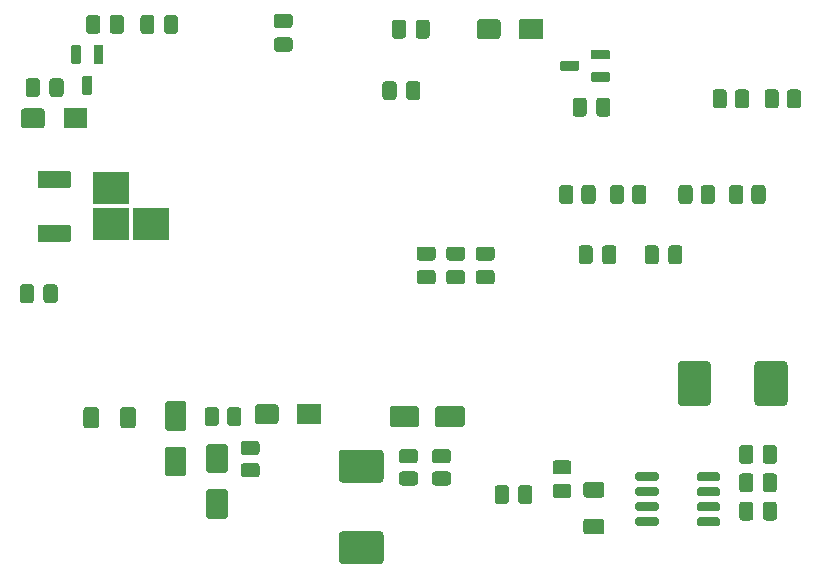
<source format=gtp>
G04 #@! TF.GenerationSoftware,KiCad,Pcbnew,(5.1.10)-1*
G04 #@! TF.CreationDate,2021-11-25T14:37:56-05:00*
G04 #@! TF.ProjectId,pid_smt_oven,7069645f-736d-4745-9f6f-76656e2e6b69,rev?*
G04 #@! TF.SameCoordinates,Original*
G04 #@! TF.FileFunction,Paste,Top*
G04 #@! TF.FilePolarity,Positive*
%FSLAX46Y46*%
G04 Gerber Fmt 4.6, Leading zero omitted, Abs format (unit mm)*
G04 Created by KiCad (PCBNEW (5.1.10)-1) date 2021-11-25 14:37:56*
%MOMM*%
%LPD*%
G01*
G04 APERTURE LIST*
%ADD10R,3.050000X2.750000*%
G04 APERTURE END LIST*
G04 #@! TO.C,C8*
G36*
G01*
X12125000Y-39450425D02*
X12125000Y-40749575D01*
G75*
G02*
X11874575Y-41000000I-250425J0D01*
G01*
X11050425Y-41000000D01*
G75*
G02*
X10800000Y-40749575I0J250425D01*
G01*
X10800000Y-39450425D01*
G75*
G02*
X11050425Y-39200000I250425J0D01*
G01*
X11874575Y-39200000D01*
G75*
G02*
X12125000Y-39450425I0J-250425D01*
G01*
G37*
G36*
G01*
X9000000Y-39450425D02*
X9000000Y-40749575D01*
G75*
G02*
X8749575Y-41000000I-250425J0D01*
G01*
X7925425Y-41000000D01*
G75*
G02*
X7675000Y-40749575I0J250425D01*
G01*
X7675000Y-39450425D01*
G75*
G02*
X7925425Y-39200000I250425J0D01*
G01*
X8749575Y-39200000D01*
G75*
G02*
X9000000Y-39450425I0J-250425D01*
G01*
G37*
G04 #@! TD*
G04 #@! TO.C,R10*
G36*
G01*
X50250425Y-45525000D02*
X51549575Y-45525000D01*
G75*
G02*
X51800000Y-45775425I0J-250425D01*
G01*
X51800000Y-46599575D01*
G75*
G02*
X51549575Y-46850000I-250425J0D01*
G01*
X50250425Y-46850000D01*
G75*
G02*
X50000000Y-46599575I0J250425D01*
G01*
X50000000Y-45775425D01*
G75*
G02*
X50250425Y-45525000I250425J0D01*
G01*
G37*
G36*
G01*
X50250425Y-48650000D02*
X51549575Y-48650000D01*
G75*
G02*
X51800000Y-48900425I0J-250425D01*
G01*
X51800000Y-49724575D01*
G75*
G02*
X51549575Y-49975000I-250425J0D01*
G01*
X50250425Y-49975000D01*
G75*
G02*
X50000000Y-49724575I0J250425D01*
G01*
X50000000Y-48900425D01*
G75*
G02*
X50250425Y-48650000I250425J0D01*
G01*
G37*
G04 #@! TD*
G04 #@! TO.C,C17*
G36*
G01*
X58000000Y-38789200D02*
X58000000Y-35610800D01*
G75*
G02*
X58310800Y-35300000I310800J0D01*
G01*
X60489200Y-35300000D01*
G75*
G02*
X60800000Y-35610800I0J-310800D01*
G01*
X60800000Y-38789200D01*
G75*
G02*
X60489200Y-39100000I-310800J0D01*
G01*
X58310800Y-39100000D01*
G75*
G02*
X58000000Y-38789200I0J310800D01*
G01*
G37*
G36*
G01*
X64500000Y-38789200D02*
X64500000Y-35610800D01*
G75*
G02*
X64810800Y-35300000I310800J0D01*
G01*
X66989200Y-35300000D01*
G75*
G02*
X67300000Y-35610800I0J-310800D01*
G01*
X67300000Y-38789200D01*
G75*
G02*
X66989200Y-39100000I-310800J0D01*
G01*
X64810800Y-39100000D01*
G75*
G02*
X64500000Y-38789200I0J310800D01*
G01*
G37*
G04 #@! TD*
G04 #@! TO.C,R15*
G36*
G01*
X58060000Y-21750400D02*
X58060000Y-20649600D01*
G75*
G02*
X58309600Y-20400000I249600J0D01*
G01*
X59010400Y-20400000D01*
G75*
G02*
X59260000Y-20649600I0J-249600D01*
G01*
X59260000Y-21750400D01*
G75*
G02*
X59010400Y-22000000I-249600J0D01*
G01*
X58309600Y-22000000D01*
G75*
G02*
X58060000Y-21750400I0J249600D01*
G01*
G37*
G36*
G01*
X59940000Y-21750400D02*
X59940000Y-20649600D01*
G75*
G02*
X60189600Y-20400000I249600J0D01*
G01*
X60890400Y-20400000D01*
G75*
G02*
X61140000Y-20649600I0J-249600D01*
G01*
X61140000Y-21750400D01*
G75*
G02*
X60890400Y-22000000I-249600J0D01*
G01*
X60189600Y-22000000D01*
G75*
G02*
X59940000Y-21750400I0J249600D01*
G01*
G37*
G04 #@! TD*
G04 #@! TO.C,R14*
G36*
G01*
X64040000Y-12549600D02*
X64040000Y-13650400D01*
G75*
G02*
X63790400Y-13900000I-249600J0D01*
G01*
X63089600Y-13900000D01*
G75*
G02*
X62840000Y-13650400I0J249600D01*
G01*
X62840000Y-12549600D01*
G75*
G02*
X63089600Y-12300000I249600J0D01*
G01*
X63790400Y-12300000D01*
G75*
G02*
X64040000Y-12549600I0J-249600D01*
G01*
G37*
G36*
G01*
X62160000Y-12549600D02*
X62160000Y-13650400D01*
G75*
G02*
X61910400Y-13900000I-249600J0D01*
G01*
X61209600Y-13900000D01*
G75*
G02*
X60960000Y-13650400I0J249600D01*
G01*
X60960000Y-12549600D01*
G75*
G02*
X61209600Y-12300000I249600J0D01*
G01*
X61910400Y-12300000D01*
G75*
G02*
X62160000Y-12549600I0J-249600D01*
G01*
G37*
G04 #@! TD*
G04 #@! TO.C,R4*
G36*
G01*
X52260000Y-21750400D02*
X52260000Y-20649600D01*
G75*
G02*
X52509600Y-20400000I249600J0D01*
G01*
X53210400Y-20400000D01*
G75*
G02*
X53460000Y-20649600I0J-249600D01*
G01*
X53460000Y-21750400D01*
G75*
G02*
X53210400Y-22000000I-249600J0D01*
G01*
X52509600Y-22000000D01*
G75*
G02*
X52260000Y-21750400I0J249600D01*
G01*
G37*
G36*
G01*
X54140000Y-21750400D02*
X54140000Y-20649600D01*
G75*
G02*
X54389600Y-20400000I249600J0D01*
G01*
X55090400Y-20400000D01*
G75*
G02*
X55340000Y-20649600I0J-249600D01*
G01*
X55340000Y-21750400D01*
G75*
G02*
X55090400Y-22000000I-249600J0D01*
G01*
X54389600Y-22000000D01*
G75*
G02*
X54140000Y-21750400I0J249600D01*
G01*
G37*
G04 #@! TD*
G04 #@! TO.C,C6*
G36*
G01*
X62360000Y-21750400D02*
X62360000Y-20649600D01*
G75*
G02*
X62609600Y-20400000I249600J0D01*
G01*
X63310400Y-20400000D01*
G75*
G02*
X63560000Y-20649600I0J-249600D01*
G01*
X63560000Y-21750400D01*
G75*
G02*
X63310400Y-22000000I-249600J0D01*
G01*
X62609600Y-22000000D01*
G75*
G02*
X62360000Y-21750400I0J249600D01*
G01*
G37*
G36*
G01*
X64240000Y-21750400D02*
X64240000Y-20649600D01*
G75*
G02*
X64489600Y-20400000I249600J0D01*
G01*
X65190400Y-20400000D01*
G75*
G02*
X65440000Y-20649600I0J-249600D01*
G01*
X65440000Y-21750400D01*
G75*
G02*
X65190400Y-22000000I-249600J0D01*
G01*
X64489600Y-22000000D01*
G75*
G02*
X64240000Y-21750400I0J249600D01*
G01*
G37*
G04 #@! TD*
G04 #@! TO.C,C5*
G36*
G01*
X51040000Y-20649600D02*
X51040000Y-21750400D01*
G75*
G02*
X50790400Y-22000000I-249600J0D01*
G01*
X50089600Y-22000000D01*
G75*
G02*
X49840000Y-21750400I0J249600D01*
G01*
X49840000Y-20649600D01*
G75*
G02*
X50089600Y-20400000I249600J0D01*
G01*
X50790400Y-20400000D01*
G75*
G02*
X51040000Y-20649600I0J-249600D01*
G01*
G37*
G36*
G01*
X49160000Y-20649600D02*
X49160000Y-21750400D01*
G75*
G02*
X48910400Y-22000000I-249600J0D01*
G01*
X48209600Y-22000000D01*
G75*
G02*
X47960000Y-21750400I0J249600D01*
G01*
X47960000Y-20649600D01*
G75*
G02*
X48209600Y-20400000I249600J0D01*
G01*
X48910400Y-20400000D01*
G75*
G02*
X49160000Y-20649600I0J-249600D01*
G01*
G37*
G04 #@! TD*
G04 #@! TO.C,C4*
G36*
G01*
X65360000Y-13650400D02*
X65360000Y-12549600D01*
G75*
G02*
X65609600Y-12300000I249600J0D01*
G01*
X66310400Y-12300000D01*
G75*
G02*
X66560000Y-12549600I0J-249600D01*
G01*
X66560000Y-13650400D01*
G75*
G02*
X66310400Y-13900000I-249600J0D01*
G01*
X65609600Y-13900000D01*
G75*
G02*
X65360000Y-13650400I0J249600D01*
G01*
G37*
G36*
G01*
X67240000Y-13650400D02*
X67240000Y-12549600D01*
G75*
G02*
X67489600Y-12300000I249600J0D01*
G01*
X68190400Y-12300000D01*
G75*
G02*
X68440000Y-12549600I0J-249600D01*
G01*
X68440000Y-13650400D01*
G75*
G02*
X68190400Y-13900000I-249600J0D01*
G01*
X67489600Y-13900000D01*
G75*
G02*
X67240000Y-13650400I0J249600D01*
G01*
G37*
G04 #@! TD*
G04 #@! TO.C,D6*
G36*
G01*
X22200000Y-40395000D02*
X22200000Y-39205000D01*
G75*
G02*
X22455000Y-38950000I255000J0D01*
G01*
X23945000Y-38950000D01*
G75*
G02*
X24200000Y-39205000I0J-255000D01*
G01*
X24200000Y-40395000D01*
G75*
G02*
X23945000Y-40650000I-255000J0D01*
G01*
X22455000Y-40650000D01*
G75*
G02*
X22200000Y-40395000I0J255000D01*
G01*
G37*
G36*
G01*
X25800000Y-40616000D02*
X25800000Y-38984000D01*
G75*
G02*
X25834000Y-38950000I34000J0D01*
G01*
X27766000Y-38950000D01*
G75*
G02*
X27800000Y-38984000I0J-34000D01*
G01*
X27800000Y-40616000D01*
G75*
G02*
X27766000Y-40650000I-34000J0D01*
G01*
X25834000Y-40650000D01*
G75*
G02*
X25800000Y-40616000I0J34000D01*
G01*
G37*
G04 #@! TD*
G04 #@! TO.C,R2*
G36*
G01*
X17960000Y-40550400D02*
X17960000Y-39449600D01*
G75*
G02*
X18209600Y-39200000I249600J0D01*
G01*
X18910400Y-39200000D01*
G75*
G02*
X19160000Y-39449600I0J-249600D01*
G01*
X19160000Y-40550400D01*
G75*
G02*
X18910400Y-40800000I-249600J0D01*
G01*
X18209600Y-40800000D01*
G75*
G02*
X17960000Y-40550400I0J249600D01*
G01*
G37*
G36*
G01*
X19840000Y-40550400D02*
X19840000Y-39449600D01*
G75*
G02*
X20089600Y-39200000I249600J0D01*
G01*
X20790400Y-39200000D01*
G75*
G02*
X21040000Y-39449600I0J-249600D01*
G01*
X21040000Y-40550400D01*
G75*
G02*
X20790400Y-40800000I-249600J0D01*
G01*
X20089600Y-40800000D01*
G75*
G02*
X19840000Y-40550400I0J249600D01*
G01*
G37*
G04 #@! TD*
G04 #@! TO.C,R3*
G36*
G01*
X21249600Y-42060000D02*
X22350400Y-42060000D01*
G75*
G02*
X22600000Y-42309600I0J-249600D01*
G01*
X22600000Y-43010400D01*
G75*
G02*
X22350400Y-43260000I-249600J0D01*
G01*
X21249600Y-43260000D01*
G75*
G02*
X21000000Y-43010400I0J249600D01*
G01*
X21000000Y-42309600D01*
G75*
G02*
X21249600Y-42060000I249600J0D01*
G01*
G37*
G36*
G01*
X21249600Y-43940000D02*
X22350400Y-43940000D01*
G75*
G02*
X22600000Y-44189600I0J-249600D01*
G01*
X22600000Y-44890400D01*
G75*
G02*
X22350400Y-45140000I-249600J0D01*
G01*
X21249600Y-45140000D01*
G75*
G02*
X21000000Y-44890400I0J249600D01*
G01*
X21000000Y-44189600D01*
G75*
G02*
X21249600Y-43940000I249600J0D01*
G01*
G37*
G04 #@! TD*
G04 #@! TO.C,Q2*
G36*
G01*
X49650000Y-9980000D02*
X49650000Y-10620000D01*
G75*
G02*
X49570000Y-10700000I-80000J0D01*
G01*
X48130000Y-10700000D01*
G75*
G02*
X48050000Y-10620000I0J80000D01*
G01*
X48050000Y-9980000D01*
G75*
G02*
X48130000Y-9900000I80000J0D01*
G01*
X49570000Y-9900000D01*
G75*
G02*
X49650000Y-9980000I0J-80000D01*
G01*
G37*
G36*
G01*
X52250000Y-9030000D02*
X52250000Y-9670000D01*
G75*
G02*
X52170000Y-9750000I-80000J0D01*
G01*
X50730000Y-9750000D01*
G75*
G02*
X50650000Y-9670000I0J80000D01*
G01*
X50650000Y-9030000D01*
G75*
G02*
X50730000Y-8950000I80000J0D01*
G01*
X52170000Y-8950000D01*
G75*
G02*
X52250000Y-9030000I0J-80000D01*
G01*
G37*
G36*
G01*
X52250000Y-10930000D02*
X52250000Y-11570000D01*
G75*
G02*
X52170000Y-11650000I-80000J0D01*
G01*
X50730000Y-11650000D01*
G75*
G02*
X50650000Y-11570000I0J80000D01*
G01*
X50650000Y-10930000D01*
G75*
G02*
X50730000Y-10850000I80000J0D01*
G01*
X52170000Y-10850000D01*
G75*
G02*
X52250000Y-10930000I0J-80000D01*
G01*
G37*
G04 #@! TD*
G04 #@! TO.C,C11*
G36*
G01*
X37449600Y-42760000D02*
X38550400Y-42760000D01*
G75*
G02*
X38800000Y-43009600I0J-249600D01*
G01*
X38800000Y-43710400D01*
G75*
G02*
X38550400Y-43960000I-249600J0D01*
G01*
X37449600Y-43960000D01*
G75*
G02*
X37200000Y-43710400I0J249600D01*
G01*
X37200000Y-43009600D01*
G75*
G02*
X37449600Y-42760000I249600J0D01*
G01*
G37*
G36*
G01*
X37449600Y-44640000D02*
X38550400Y-44640000D01*
G75*
G02*
X38800000Y-44889600I0J-249600D01*
G01*
X38800000Y-45590400D01*
G75*
G02*
X38550400Y-45840000I-249600J0D01*
G01*
X37449600Y-45840000D01*
G75*
G02*
X37200000Y-45590400I0J249600D01*
G01*
X37200000Y-44889600D01*
G75*
G02*
X37449600Y-44640000I249600J0D01*
G01*
G37*
G04 #@! TD*
G04 #@! TO.C,C10*
G36*
G01*
X34649600Y-42760000D02*
X35750400Y-42760000D01*
G75*
G02*
X36000000Y-43009600I0J-249600D01*
G01*
X36000000Y-43710400D01*
G75*
G02*
X35750400Y-43960000I-249600J0D01*
G01*
X34649600Y-43960000D01*
G75*
G02*
X34400000Y-43710400I0J249600D01*
G01*
X34400000Y-43009600D01*
G75*
G02*
X34649600Y-42760000I249600J0D01*
G01*
G37*
G36*
G01*
X34649600Y-44640000D02*
X35750400Y-44640000D01*
G75*
G02*
X36000000Y-44889600I0J-249600D01*
G01*
X36000000Y-45590400D01*
G75*
G02*
X35750400Y-45840000I-249600J0D01*
G01*
X34649600Y-45840000D01*
G75*
G02*
X34400000Y-45590400I0J249600D01*
G01*
X34400000Y-44889600D01*
G75*
G02*
X34649600Y-44640000I249600J0D01*
G01*
G37*
G04 #@! TD*
G04 #@! TO.C,D7*
G36*
G01*
X36100000Y-39280000D02*
X36100000Y-40720000D01*
G75*
G02*
X35920000Y-40900000I-180000J0D01*
G01*
X33780000Y-40900000D01*
G75*
G02*
X33600000Y-40720000I0J180000D01*
G01*
X33600000Y-39280000D01*
G75*
G02*
X33780000Y-39100000I180000J0D01*
G01*
X35920000Y-39100000D01*
G75*
G02*
X36100000Y-39280000I0J-180000D01*
G01*
G37*
G36*
G01*
X39950000Y-39280000D02*
X39950000Y-40720000D01*
G75*
G02*
X39770000Y-40900000I-180000J0D01*
G01*
X37630000Y-40900000D01*
G75*
G02*
X37450000Y-40720000I0J180000D01*
G01*
X37450000Y-39280000D01*
G75*
G02*
X37630000Y-39100000I180000J0D01*
G01*
X39770000Y-39100000D01*
G75*
G02*
X39950000Y-39280000I0J-180000D01*
G01*
G37*
G04 #@! TD*
G04 #@! TO.C,D3*
G36*
G01*
X19720000Y-44800000D02*
X18280000Y-44800000D01*
G75*
G02*
X18100000Y-44620000I0J180000D01*
G01*
X18100000Y-42480000D01*
G75*
G02*
X18280000Y-42300000I180000J0D01*
G01*
X19720000Y-42300000D01*
G75*
G02*
X19900000Y-42480000I0J-180000D01*
G01*
X19900000Y-44620000D01*
G75*
G02*
X19720000Y-44800000I-180000J0D01*
G01*
G37*
G36*
G01*
X19720000Y-48650000D02*
X18280000Y-48650000D01*
G75*
G02*
X18100000Y-48470000I0J180000D01*
G01*
X18100000Y-46330000D01*
G75*
G02*
X18280000Y-46150000I180000J0D01*
G01*
X19720000Y-46150000D01*
G75*
G02*
X19900000Y-46330000I0J-180000D01*
G01*
X19900000Y-48470000D01*
G75*
G02*
X19720000Y-48650000I-180000J0D01*
G01*
G37*
G04 #@! TD*
G04 #@! TO.C,D1*
G36*
G01*
X16220000Y-41200000D02*
X14780000Y-41200000D01*
G75*
G02*
X14600000Y-41020000I0J180000D01*
G01*
X14600000Y-38880000D01*
G75*
G02*
X14780000Y-38700000I180000J0D01*
G01*
X16220000Y-38700000D01*
G75*
G02*
X16400000Y-38880000I0J-180000D01*
G01*
X16400000Y-41020000D01*
G75*
G02*
X16220000Y-41200000I-180000J0D01*
G01*
G37*
G36*
G01*
X16220000Y-45050000D02*
X14780000Y-45050000D01*
G75*
G02*
X14600000Y-44870000I0J180000D01*
G01*
X14600000Y-42730000D01*
G75*
G02*
X14780000Y-42550000I180000J0D01*
G01*
X16220000Y-42550000D01*
G75*
G02*
X16400000Y-42730000I0J-180000D01*
G01*
X16400000Y-44870000D01*
G75*
G02*
X16220000Y-45050000I-180000J0D01*
G01*
G37*
G04 #@! TD*
G04 #@! TO.C,Q3*
G36*
G01*
X7680000Y-11150000D02*
X8320000Y-11150000D01*
G75*
G02*
X8400000Y-11230000I0J-80000D01*
G01*
X8400000Y-12670000D01*
G75*
G02*
X8320000Y-12750000I-80000J0D01*
G01*
X7680000Y-12750000D01*
G75*
G02*
X7600000Y-12670000I0J80000D01*
G01*
X7600000Y-11230000D01*
G75*
G02*
X7680000Y-11150000I80000J0D01*
G01*
G37*
G36*
G01*
X6730000Y-8550000D02*
X7370000Y-8550000D01*
G75*
G02*
X7450000Y-8630000I0J-80000D01*
G01*
X7450000Y-10070000D01*
G75*
G02*
X7370000Y-10150000I-80000J0D01*
G01*
X6730000Y-10150000D01*
G75*
G02*
X6650000Y-10070000I0J80000D01*
G01*
X6650000Y-8630000D01*
G75*
G02*
X6730000Y-8550000I80000J0D01*
G01*
G37*
G36*
G01*
X8630000Y-8550000D02*
X9270000Y-8550000D01*
G75*
G02*
X9350000Y-8630000I0J-80000D01*
G01*
X9350000Y-10070000D01*
G75*
G02*
X9270000Y-10150000I-80000J0D01*
G01*
X8630000Y-10150000D01*
G75*
G02*
X8550000Y-10070000I0J80000D01*
G01*
X8550000Y-8630000D01*
G75*
G02*
X8630000Y-8550000I80000J0D01*
G01*
G37*
G04 #@! TD*
G04 #@! TO.C,D4*
G36*
G01*
X41000000Y-7795000D02*
X41000000Y-6605000D01*
G75*
G02*
X41255000Y-6350000I255000J0D01*
G01*
X42745000Y-6350000D01*
G75*
G02*
X43000000Y-6605000I0J-255000D01*
G01*
X43000000Y-7795000D01*
G75*
G02*
X42745000Y-8050000I-255000J0D01*
G01*
X41255000Y-8050000D01*
G75*
G02*
X41000000Y-7795000I0J255000D01*
G01*
G37*
G36*
G01*
X44600000Y-8016000D02*
X44600000Y-6384000D01*
G75*
G02*
X44634000Y-6350000I34000J0D01*
G01*
X46566000Y-6350000D01*
G75*
G02*
X46600000Y-6384000I0J-34000D01*
G01*
X46600000Y-8016000D01*
G75*
G02*
X46566000Y-8050000I-34000J0D01*
G01*
X44634000Y-8050000D01*
G75*
G02*
X44600000Y-8016000I0J34000D01*
G01*
G37*
G04 #@! TD*
G04 #@! TO.C,D2*
G36*
G01*
X2400000Y-15345000D02*
X2400000Y-14155000D01*
G75*
G02*
X2655000Y-13900000I255000J0D01*
G01*
X4145000Y-13900000D01*
G75*
G02*
X4400000Y-14155000I0J-255000D01*
G01*
X4400000Y-15345000D01*
G75*
G02*
X4145000Y-15600000I-255000J0D01*
G01*
X2655000Y-15600000D01*
G75*
G02*
X2400000Y-15345000I0J255000D01*
G01*
G37*
G36*
G01*
X6000000Y-15566000D02*
X6000000Y-13934000D01*
G75*
G02*
X6034000Y-13900000I34000J0D01*
G01*
X7966000Y-13900000D01*
G75*
G02*
X8000000Y-13934000I0J-34000D01*
G01*
X8000000Y-15566000D01*
G75*
G02*
X7966000Y-15600000I-34000J0D01*
G01*
X6034000Y-15600000D01*
G75*
G02*
X6000000Y-15566000I0J34000D01*
G01*
G37*
G04 #@! TD*
G04 #@! TO.C,C9*
G36*
G01*
X29610800Y-42800000D02*
X32789200Y-42800000D01*
G75*
G02*
X33100000Y-43110800I0J-310800D01*
G01*
X33100000Y-45289200D01*
G75*
G02*
X32789200Y-45600000I-310800J0D01*
G01*
X29610800Y-45600000D01*
G75*
G02*
X29300000Y-45289200I0J310800D01*
G01*
X29300000Y-43110800D01*
G75*
G02*
X29610800Y-42800000I310800J0D01*
G01*
G37*
G36*
G01*
X29610800Y-49700000D02*
X32789200Y-49700000D01*
G75*
G02*
X33100000Y-50010800I0J-310800D01*
G01*
X33100000Y-52189200D01*
G75*
G02*
X32789200Y-52500000I-310800J0D01*
G01*
X29610800Y-52500000D01*
G75*
G02*
X29300000Y-52189200I0J310800D01*
G01*
X29300000Y-50010800D01*
G75*
G02*
X29610800Y-49700000I310800J0D01*
G01*
G37*
G04 #@! TD*
G04 #@! TO.C,R7*
G36*
G01*
X4300000Y-30150400D02*
X4300000Y-29049600D01*
G75*
G02*
X4549600Y-28800000I249600J0D01*
G01*
X5250400Y-28800000D01*
G75*
G02*
X5500000Y-29049600I0J-249600D01*
G01*
X5500000Y-30150400D01*
G75*
G02*
X5250400Y-30400000I-249600J0D01*
G01*
X4549600Y-30400000D01*
G75*
G02*
X4300000Y-30150400I0J249600D01*
G01*
G37*
G36*
G01*
X2300000Y-30150400D02*
X2300000Y-29049600D01*
G75*
G02*
X2549600Y-28800000I249600J0D01*
G01*
X3250400Y-28800000D01*
G75*
G02*
X3500000Y-29049600I0J-249600D01*
G01*
X3500000Y-30150400D01*
G75*
G02*
X3250400Y-30400000I-249600J0D01*
G01*
X2549600Y-30400000D01*
G75*
G02*
X2300000Y-30150400I0J249600D01*
G01*
G37*
G04 #@! TD*
G04 #@! TO.C,C20*
G36*
G01*
X37250400Y-26800000D02*
X36149600Y-26800000D01*
G75*
G02*
X35900000Y-26550400I0J249600D01*
G01*
X35900000Y-25849600D01*
G75*
G02*
X36149600Y-25600000I249600J0D01*
G01*
X37250400Y-25600000D01*
G75*
G02*
X37500000Y-25849600I0J-249600D01*
G01*
X37500000Y-26550400D01*
G75*
G02*
X37250400Y-26800000I-249600J0D01*
G01*
G37*
G36*
G01*
X37250400Y-28800000D02*
X36149600Y-28800000D01*
G75*
G02*
X35900000Y-28550400I0J249600D01*
G01*
X35900000Y-27849600D01*
G75*
G02*
X36149600Y-27600000I249600J0D01*
G01*
X37250400Y-27600000D01*
G75*
G02*
X37500000Y-27849600I0J-249600D01*
G01*
X37500000Y-28550400D01*
G75*
G02*
X37250400Y-28800000I-249600J0D01*
G01*
G37*
G04 #@! TD*
G04 #@! TO.C,R16*
G36*
G01*
X56400000Y-25749600D02*
X56400000Y-26850400D01*
G75*
G02*
X56150400Y-27100000I-249600J0D01*
G01*
X55449600Y-27100000D01*
G75*
G02*
X55200000Y-26850400I0J249600D01*
G01*
X55200000Y-25749600D01*
G75*
G02*
X55449600Y-25500000I249600J0D01*
G01*
X56150400Y-25500000D01*
G75*
G02*
X56400000Y-25749600I0J-249600D01*
G01*
G37*
G36*
G01*
X58400000Y-25749600D02*
X58400000Y-26850400D01*
G75*
G02*
X58150400Y-27100000I-249600J0D01*
G01*
X57449600Y-27100000D01*
G75*
G02*
X57200000Y-26850400I0J249600D01*
G01*
X57200000Y-25749600D01*
G75*
G02*
X57449600Y-25500000I249600J0D01*
G01*
X58150400Y-25500000D01*
G75*
G02*
X58400000Y-25749600I0J-249600D01*
G01*
G37*
G04 #@! TD*
G04 #@! TO.C,R13*
G36*
G01*
X24049600Y-7900000D02*
X25150400Y-7900000D01*
G75*
G02*
X25400000Y-8149600I0J-249600D01*
G01*
X25400000Y-8850400D01*
G75*
G02*
X25150400Y-9100000I-249600J0D01*
G01*
X24049600Y-9100000D01*
G75*
G02*
X23800000Y-8850400I0J249600D01*
G01*
X23800000Y-8149600D01*
G75*
G02*
X24049600Y-7900000I249600J0D01*
G01*
G37*
G36*
G01*
X24049600Y-5900000D02*
X25150400Y-5900000D01*
G75*
G02*
X25400000Y-6149600I0J-249600D01*
G01*
X25400000Y-6850400D01*
G75*
G02*
X25150400Y-7100000I-249600J0D01*
G01*
X24049600Y-7100000D01*
G75*
G02*
X23800000Y-6850400I0J249600D01*
G01*
X23800000Y-6149600D01*
G75*
G02*
X24049600Y-5900000I249600J0D01*
G01*
G37*
G04 #@! TD*
G04 #@! TO.C,R12*
G36*
G01*
X47649600Y-45700000D02*
X48750400Y-45700000D01*
G75*
G02*
X49000000Y-45949600I0J-249600D01*
G01*
X49000000Y-46650400D01*
G75*
G02*
X48750400Y-46900000I-249600J0D01*
G01*
X47649600Y-46900000D01*
G75*
G02*
X47400000Y-46650400I0J249600D01*
G01*
X47400000Y-45949600D01*
G75*
G02*
X47649600Y-45700000I249600J0D01*
G01*
G37*
G36*
G01*
X47649600Y-43700000D02*
X48750400Y-43700000D01*
G75*
G02*
X49000000Y-43949600I0J-249600D01*
G01*
X49000000Y-44650400D01*
G75*
G02*
X48750400Y-44900000I-249600J0D01*
G01*
X47649600Y-44900000D01*
G75*
G02*
X47400000Y-44650400I0J249600D01*
G01*
X47400000Y-43949600D01*
G75*
G02*
X47649600Y-43700000I249600J0D01*
G01*
G37*
G04 #@! TD*
G04 #@! TO.C,R11*
G36*
G01*
X35800000Y-7750400D02*
X35800000Y-6649600D01*
G75*
G02*
X36049600Y-6400000I249600J0D01*
G01*
X36750400Y-6400000D01*
G75*
G02*
X37000000Y-6649600I0J-249600D01*
G01*
X37000000Y-7750400D01*
G75*
G02*
X36750400Y-8000000I-249600J0D01*
G01*
X36049600Y-8000000D01*
G75*
G02*
X35800000Y-7750400I0J249600D01*
G01*
G37*
G36*
G01*
X33800000Y-7750400D02*
X33800000Y-6649600D01*
G75*
G02*
X34049600Y-6400000I249600J0D01*
G01*
X34750400Y-6400000D01*
G75*
G02*
X35000000Y-6649600I0J-249600D01*
G01*
X35000000Y-7750400D01*
G75*
G02*
X34750400Y-8000000I-249600J0D01*
G01*
X34049600Y-8000000D01*
G75*
G02*
X33800000Y-7750400I0J249600D01*
G01*
G37*
G04 #@! TD*
G04 #@! TO.C,R9*
G36*
G01*
X50300000Y-13249600D02*
X50300000Y-14350400D01*
G75*
G02*
X50050400Y-14600000I-249600J0D01*
G01*
X49349600Y-14600000D01*
G75*
G02*
X49100000Y-14350400I0J249600D01*
G01*
X49100000Y-13249600D01*
G75*
G02*
X49349600Y-13000000I249600J0D01*
G01*
X50050400Y-13000000D01*
G75*
G02*
X50300000Y-13249600I0J-249600D01*
G01*
G37*
G36*
G01*
X52300000Y-13249600D02*
X52300000Y-14350400D01*
G75*
G02*
X52050400Y-14600000I-249600J0D01*
G01*
X51349600Y-14600000D01*
G75*
G02*
X51100000Y-14350400I0J249600D01*
G01*
X51100000Y-13249600D01*
G75*
G02*
X51349600Y-13000000I249600J0D01*
G01*
X52050400Y-13000000D01*
G75*
G02*
X52300000Y-13249600I0J-249600D01*
G01*
G37*
G04 #@! TD*
G04 #@! TO.C,R8*
G36*
G01*
X4800000Y-12700400D02*
X4800000Y-11599600D01*
G75*
G02*
X5049600Y-11350000I249600J0D01*
G01*
X5750400Y-11350000D01*
G75*
G02*
X6000000Y-11599600I0J-249600D01*
G01*
X6000000Y-12700400D01*
G75*
G02*
X5750400Y-12950000I-249600J0D01*
G01*
X5049600Y-12950000D01*
G75*
G02*
X4800000Y-12700400I0J249600D01*
G01*
G37*
G36*
G01*
X2800000Y-12700400D02*
X2800000Y-11599600D01*
G75*
G02*
X3049600Y-11350000I249600J0D01*
G01*
X3750400Y-11350000D01*
G75*
G02*
X4000000Y-11599600I0J-249600D01*
G01*
X4000000Y-12700400D01*
G75*
G02*
X3750400Y-12950000I-249600J0D01*
G01*
X3049600Y-12950000D01*
G75*
G02*
X2800000Y-12700400I0J249600D01*
G01*
G37*
G04 #@! TD*
G04 #@! TO.C,R6*
G36*
G01*
X9100000Y-6249600D02*
X9100000Y-7350400D01*
G75*
G02*
X8850400Y-7600000I-249600J0D01*
G01*
X8149600Y-7600000D01*
G75*
G02*
X7900000Y-7350400I0J249600D01*
G01*
X7900000Y-6249600D01*
G75*
G02*
X8149600Y-6000000I249600J0D01*
G01*
X8850400Y-6000000D01*
G75*
G02*
X9100000Y-6249600I0J-249600D01*
G01*
G37*
G36*
G01*
X11100000Y-6249600D02*
X11100000Y-7350400D01*
G75*
G02*
X10850400Y-7600000I-249600J0D01*
G01*
X10149600Y-7600000D01*
G75*
G02*
X9900000Y-7350400I0J249600D01*
G01*
X9900000Y-6249600D01*
G75*
G02*
X10149600Y-6000000I249600J0D01*
G01*
X10850400Y-6000000D01*
G75*
G02*
X11100000Y-6249600I0J-249600D01*
G01*
G37*
G04 #@! TD*
G04 #@! TO.C,R5*
G36*
G01*
X14500000Y-7350400D02*
X14500000Y-6249600D01*
G75*
G02*
X14749600Y-6000000I249600J0D01*
G01*
X15450400Y-6000000D01*
G75*
G02*
X15700000Y-6249600I0J-249600D01*
G01*
X15700000Y-7350400D01*
G75*
G02*
X15450400Y-7600000I-249600J0D01*
G01*
X14749600Y-7600000D01*
G75*
G02*
X14500000Y-7350400I0J249600D01*
G01*
G37*
G36*
G01*
X12500000Y-7350400D02*
X12500000Y-6249600D01*
G75*
G02*
X12749600Y-6000000I249600J0D01*
G01*
X13450400Y-6000000D01*
G75*
G02*
X13700000Y-6249600I0J-249600D01*
G01*
X13700000Y-7350400D01*
G75*
G02*
X13450400Y-7600000I-249600J0D01*
G01*
X12749600Y-7600000D01*
G75*
G02*
X12500000Y-7350400I0J249600D01*
G01*
G37*
G04 #@! TD*
G04 #@! TO.C,R1*
G36*
G01*
X43700000Y-46049600D02*
X43700000Y-47150400D01*
G75*
G02*
X43450400Y-47400000I-249600J0D01*
G01*
X42749600Y-47400000D01*
G75*
G02*
X42500000Y-47150400I0J249600D01*
G01*
X42500000Y-46049600D01*
G75*
G02*
X42749600Y-45800000I249600J0D01*
G01*
X43450400Y-45800000D01*
G75*
G02*
X43700000Y-46049600I0J-249600D01*
G01*
G37*
G36*
G01*
X45700000Y-46049600D02*
X45700000Y-47150400D01*
G75*
G02*
X45450400Y-47400000I-249600J0D01*
G01*
X44749600Y-47400000D01*
G75*
G02*
X44500000Y-47150400I0J249600D01*
G01*
X44500000Y-46049600D01*
G75*
G02*
X44749600Y-45800000I249600J0D01*
G01*
X45450400Y-45800000D01*
G75*
G02*
X45700000Y-46049600I0J-249600D01*
G01*
G37*
G04 #@! TD*
G04 #@! TO.C,C23*
G36*
G01*
X51600000Y-26850400D02*
X51600000Y-25749600D01*
G75*
G02*
X51849600Y-25500000I249600J0D01*
G01*
X52550400Y-25500000D01*
G75*
G02*
X52800000Y-25749600I0J-249600D01*
G01*
X52800000Y-26850400D01*
G75*
G02*
X52550400Y-27100000I-249600J0D01*
G01*
X51849600Y-27100000D01*
G75*
G02*
X51600000Y-26850400I0J249600D01*
G01*
G37*
G36*
G01*
X49600000Y-26850400D02*
X49600000Y-25749600D01*
G75*
G02*
X49849600Y-25500000I249600J0D01*
G01*
X50550400Y-25500000D01*
G75*
G02*
X50800000Y-25749600I0J-249600D01*
G01*
X50800000Y-26850400D01*
G75*
G02*
X50550400Y-27100000I-249600J0D01*
G01*
X49849600Y-27100000D01*
G75*
G02*
X49600000Y-26850400I0J249600D01*
G01*
G37*
G04 #@! TD*
G04 #@! TO.C,C18*
G36*
G01*
X35000000Y-12950400D02*
X35000000Y-11849600D01*
G75*
G02*
X35249600Y-11600000I249600J0D01*
G01*
X35950400Y-11600000D01*
G75*
G02*
X36200000Y-11849600I0J-249600D01*
G01*
X36200000Y-12950400D01*
G75*
G02*
X35950400Y-13200000I-249600J0D01*
G01*
X35249600Y-13200000D01*
G75*
G02*
X35000000Y-12950400I0J249600D01*
G01*
G37*
G36*
G01*
X33000000Y-12950400D02*
X33000000Y-11849600D01*
G75*
G02*
X33249600Y-11600000I249600J0D01*
G01*
X33950400Y-11600000D01*
G75*
G02*
X34200000Y-11849600I0J-249600D01*
G01*
X34200000Y-12950400D01*
G75*
G02*
X33950400Y-13200000I-249600J0D01*
G01*
X33249600Y-13200000D01*
G75*
G02*
X33000000Y-12950400I0J249600D01*
G01*
G37*
G04 #@! TD*
G04 #@! TO.C,C16*
G36*
G01*
X39750400Y-26800000D02*
X38649600Y-26800000D01*
G75*
G02*
X38400000Y-26550400I0J249600D01*
G01*
X38400000Y-25849600D01*
G75*
G02*
X38649600Y-25600000I249600J0D01*
G01*
X39750400Y-25600000D01*
G75*
G02*
X40000000Y-25849600I0J-249600D01*
G01*
X40000000Y-26550400D01*
G75*
G02*
X39750400Y-26800000I-249600J0D01*
G01*
G37*
G36*
G01*
X39750400Y-28800000D02*
X38649600Y-28800000D01*
G75*
G02*
X38400000Y-28550400I0J249600D01*
G01*
X38400000Y-27849600D01*
G75*
G02*
X38649600Y-27600000I249600J0D01*
G01*
X39750400Y-27600000D01*
G75*
G02*
X40000000Y-27849600I0J-249600D01*
G01*
X40000000Y-28550400D01*
G75*
G02*
X39750400Y-28800000I-249600J0D01*
G01*
G37*
G04 #@! TD*
G04 #@! TO.C,C15*
G36*
G01*
X42250400Y-26800000D02*
X41149600Y-26800000D01*
G75*
G02*
X40900000Y-26550400I0J249600D01*
G01*
X40900000Y-25849600D01*
G75*
G02*
X41149600Y-25600000I249600J0D01*
G01*
X42250400Y-25600000D01*
G75*
G02*
X42500000Y-25849600I0J-249600D01*
G01*
X42500000Y-26550400D01*
G75*
G02*
X42250400Y-26800000I-249600J0D01*
G01*
G37*
G36*
G01*
X42250400Y-28800000D02*
X41149600Y-28800000D01*
G75*
G02*
X40900000Y-28550400I0J249600D01*
G01*
X40900000Y-27849600D01*
G75*
G02*
X41149600Y-27600000I249600J0D01*
G01*
X42250400Y-27600000D01*
G75*
G02*
X42500000Y-27849600I0J-249600D01*
G01*
X42500000Y-28550400D01*
G75*
G02*
X42250400Y-28800000I-249600J0D01*
G01*
G37*
G04 #@! TD*
G04 #@! TO.C,C3*
G36*
G01*
X65200000Y-46150400D02*
X65200000Y-45049600D01*
G75*
G02*
X65449600Y-44800000I249600J0D01*
G01*
X66150400Y-44800000D01*
G75*
G02*
X66400000Y-45049600I0J-249600D01*
G01*
X66400000Y-46150400D01*
G75*
G02*
X66150400Y-46400000I-249600J0D01*
G01*
X65449600Y-46400000D01*
G75*
G02*
X65200000Y-46150400I0J249600D01*
G01*
G37*
G36*
G01*
X63200000Y-46150400D02*
X63200000Y-45049600D01*
G75*
G02*
X63449600Y-44800000I249600J0D01*
G01*
X64150400Y-44800000D01*
G75*
G02*
X64400000Y-45049600I0J-249600D01*
G01*
X64400000Y-46150400D01*
G75*
G02*
X64150400Y-46400000I-249600J0D01*
G01*
X63449600Y-46400000D01*
G75*
G02*
X63200000Y-46150400I0J249600D01*
G01*
G37*
G04 #@! TD*
G04 #@! TO.C,C2*
G36*
G01*
X65200000Y-48550400D02*
X65200000Y-47449600D01*
G75*
G02*
X65449600Y-47200000I249600J0D01*
G01*
X66150400Y-47200000D01*
G75*
G02*
X66400000Y-47449600I0J-249600D01*
G01*
X66400000Y-48550400D01*
G75*
G02*
X66150400Y-48800000I-249600J0D01*
G01*
X65449600Y-48800000D01*
G75*
G02*
X65200000Y-48550400I0J249600D01*
G01*
G37*
G36*
G01*
X63200000Y-48550400D02*
X63200000Y-47449600D01*
G75*
G02*
X63449600Y-47200000I249600J0D01*
G01*
X64150400Y-47200000D01*
G75*
G02*
X64400000Y-47449600I0J-249600D01*
G01*
X64400000Y-48550400D01*
G75*
G02*
X64150400Y-48800000I-249600J0D01*
G01*
X63449600Y-48800000D01*
G75*
G02*
X63200000Y-48550400I0J249600D01*
G01*
G37*
G04 #@! TD*
G04 #@! TO.C,C1*
G36*
G01*
X65200000Y-43750400D02*
X65200000Y-42649600D01*
G75*
G02*
X65449600Y-42400000I249600J0D01*
G01*
X66150400Y-42400000D01*
G75*
G02*
X66400000Y-42649600I0J-249600D01*
G01*
X66400000Y-43750400D01*
G75*
G02*
X66150400Y-44000000I-249600J0D01*
G01*
X65449600Y-44000000D01*
G75*
G02*
X65200000Y-43750400I0J249600D01*
G01*
G37*
G36*
G01*
X63200000Y-43750400D02*
X63200000Y-42649600D01*
G75*
G02*
X63449600Y-42400000I249600J0D01*
G01*
X64150400Y-42400000D01*
G75*
G02*
X64400000Y-42649600I0J-249600D01*
G01*
X64400000Y-43750400D01*
G75*
G02*
X64150400Y-44000000I-249600J0D01*
G01*
X63449600Y-44000000D01*
G75*
G02*
X63200000Y-43750400I0J249600D01*
G01*
G37*
G04 #@! TD*
D10*
G04 #@! TO.C,Q1*
X10025000Y-23725000D03*
X10025000Y-20675000D03*
X13375000Y-23725000D03*
G36*
G01*
X3800000Y-25110000D02*
X3800000Y-23850000D01*
G75*
G02*
X3870000Y-23780000I70000J0D01*
G01*
X6530000Y-23780000D01*
G75*
G02*
X6600000Y-23850000I0J-70000D01*
G01*
X6600000Y-25110000D01*
G75*
G02*
X6530000Y-25180000I-70000J0D01*
G01*
X3870000Y-25180000D01*
G75*
G02*
X3800000Y-25110000I0J70000D01*
G01*
G37*
G36*
G01*
X3800000Y-20550000D02*
X3800000Y-19290000D01*
G75*
G02*
X3870000Y-19220000I70000J0D01*
G01*
X6530000Y-19220000D01*
G75*
G02*
X6600000Y-19290000I0J-70000D01*
G01*
X6600000Y-20550000D01*
G75*
G02*
X6530000Y-20620000I-70000J0D01*
G01*
X3870000Y-20620000D01*
G75*
G02*
X3800000Y-20550000I0J70000D01*
G01*
G37*
G04 #@! TD*
G04 #@! TO.C,U1*
G36*
G01*
X59600000Y-45295000D02*
X59600000Y-44895000D01*
G75*
G02*
X59800000Y-44695000I200000J0D01*
G01*
X61400000Y-44695000D01*
G75*
G02*
X61600000Y-44895000I0J-200000D01*
G01*
X61600000Y-45295000D01*
G75*
G02*
X61400000Y-45495000I-200000J0D01*
G01*
X59800000Y-45495000D01*
G75*
G02*
X59600000Y-45295000I0J200000D01*
G01*
G37*
G36*
G01*
X59600000Y-46565000D02*
X59600000Y-46165000D01*
G75*
G02*
X59800000Y-45965000I200000J0D01*
G01*
X61400000Y-45965000D01*
G75*
G02*
X61600000Y-46165000I0J-200000D01*
G01*
X61600000Y-46565000D01*
G75*
G02*
X61400000Y-46765000I-200000J0D01*
G01*
X59800000Y-46765000D01*
G75*
G02*
X59600000Y-46565000I0J200000D01*
G01*
G37*
G36*
G01*
X59600000Y-47835000D02*
X59600000Y-47435000D01*
G75*
G02*
X59800000Y-47235000I200000J0D01*
G01*
X61400000Y-47235000D01*
G75*
G02*
X61600000Y-47435000I0J-200000D01*
G01*
X61600000Y-47835000D01*
G75*
G02*
X61400000Y-48035000I-200000J0D01*
G01*
X59800000Y-48035000D01*
G75*
G02*
X59600000Y-47835000I0J200000D01*
G01*
G37*
G36*
G01*
X59600000Y-49105000D02*
X59600000Y-48705000D01*
G75*
G02*
X59800000Y-48505000I200000J0D01*
G01*
X61400000Y-48505000D01*
G75*
G02*
X61600000Y-48705000I0J-200000D01*
G01*
X61600000Y-49105000D01*
G75*
G02*
X61400000Y-49305000I-200000J0D01*
G01*
X59800000Y-49305000D01*
G75*
G02*
X59600000Y-49105000I0J200000D01*
G01*
G37*
G36*
G01*
X54400000Y-49105000D02*
X54400000Y-48705000D01*
G75*
G02*
X54600000Y-48505000I200000J0D01*
G01*
X56200000Y-48505000D01*
G75*
G02*
X56400000Y-48705000I0J-200000D01*
G01*
X56400000Y-49105000D01*
G75*
G02*
X56200000Y-49305000I-200000J0D01*
G01*
X54600000Y-49305000D01*
G75*
G02*
X54400000Y-49105000I0J200000D01*
G01*
G37*
G36*
G01*
X54400000Y-47835000D02*
X54400000Y-47435000D01*
G75*
G02*
X54600000Y-47235000I200000J0D01*
G01*
X56200000Y-47235000D01*
G75*
G02*
X56400000Y-47435000I0J-200000D01*
G01*
X56400000Y-47835000D01*
G75*
G02*
X56200000Y-48035000I-200000J0D01*
G01*
X54600000Y-48035000D01*
G75*
G02*
X54400000Y-47835000I0J200000D01*
G01*
G37*
G36*
G01*
X54400000Y-46565000D02*
X54400000Y-46165000D01*
G75*
G02*
X54600000Y-45965000I200000J0D01*
G01*
X56200000Y-45965000D01*
G75*
G02*
X56400000Y-46165000I0J-200000D01*
G01*
X56400000Y-46565000D01*
G75*
G02*
X56200000Y-46765000I-200000J0D01*
G01*
X54600000Y-46765000D01*
G75*
G02*
X54400000Y-46565000I0J200000D01*
G01*
G37*
G36*
G01*
X54400000Y-45295000D02*
X54400000Y-44895000D01*
G75*
G02*
X54600000Y-44695000I200000J0D01*
G01*
X56200000Y-44695000D01*
G75*
G02*
X56400000Y-44895000I0J-200000D01*
G01*
X56400000Y-45295000D01*
G75*
G02*
X56200000Y-45495000I-200000J0D01*
G01*
X54600000Y-45495000D01*
G75*
G02*
X54400000Y-45295000I0J200000D01*
G01*
G37*
G04 #@! TD*
M02*

</source>
